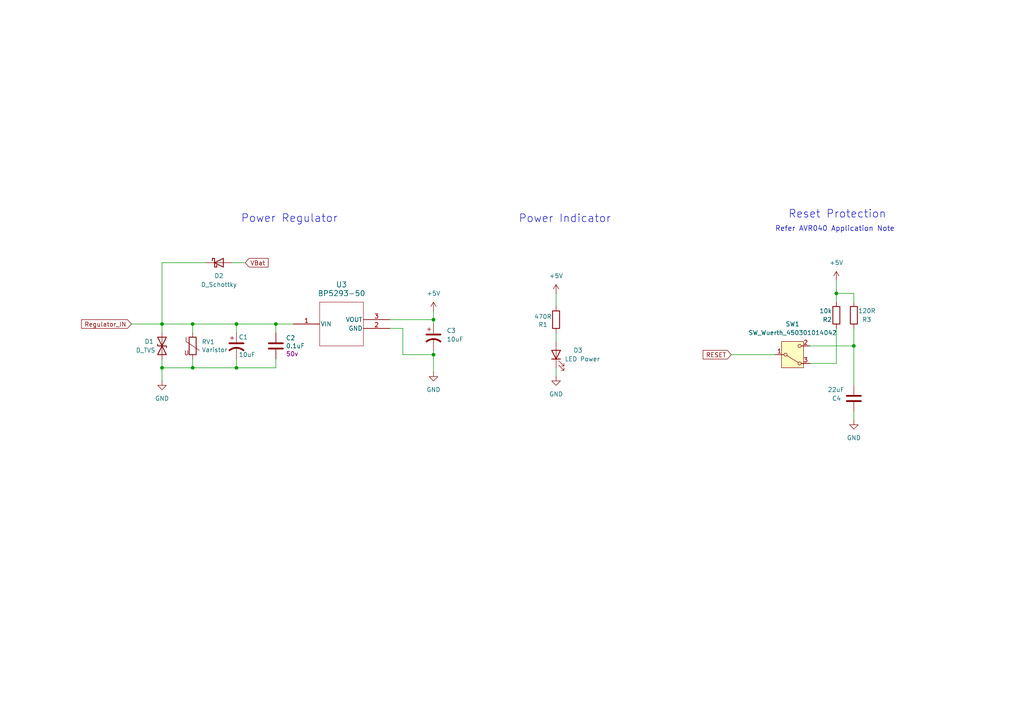
<source format=kicad_sch>
(kicad_sch
	(version 20231120)
	(generator "eeschema")
	(generator_version "8.0")
	(uuid "81d0408d-3011-48e4-a174-7e1522f6e6c8")
	(paper "A4")
	(lib_symbols
		(symbol "Device:C"
			(pin_numbers hide)
			(pin_names
				(offset 0.254)
			)
			(exclude_from_sim no)
			(in_bom yes)
			(on_board yes)
			(property "Reference" "C"
				(at 0.635 2.54 0)
				(effects
					(font
						(size 1.27 1.27)
					)
					(justify left)
				)
			)
			(property "Value" "C"
				(at 0.635 -2.54 0)
				(effects
					(font
						(size 1.27 1.27)
					)
					(justify left)
				)
			)
			(property "Footprint" ""
				(at 0.9652 -3.81 0)
				(effects
					(font
						(size 1.27 1.27)
					)
					(hide yes)
				)
			)
			(property "Datasheet" "~"
				(at 0 0 0)
				(effects
					(font
						(size 1.27 1.27)
					)
					(hide yes)
				)
			)
			(property "Description" "Unpolarized capacitor"
				(at 0 0 0)
				(effects
					(font
						(size 1.27 1.27)
					)
					(hide yes)
				)
			)
			(property "ki_keywords" "cap capacitor"
				(at 0 0 0)
				(effects
					(font
						(size 1.27 1.27)
					)
					(hide yes)
				)
			)
			(property "ki_fp_filters" "C_*"
				(at 0 0 0)
				(effects
					(font
						(size 1.27 1.27)
					)
					(hide yes)
				)
			)
			(symbol "C_0_1"
				(polyline
					(pts
						(xy -2.032 -0.762) (xy 2.032 -0.762)
					)
					(stroke
						(width 0.508)
						(type default)
					)
					(fill
						(type none)
					)
				)
				(polyline
					(pts
						(xy -2.032 0.762) (xy 2.032 0.762)
					)
					(stroke
						(width 0.508)
						(type default)
					)
					(fill
						(type none)
					)
				)
			)
			(symbol "C_1_1"
				(pin passive line
					(at 0 3.81 270)
					(length 2.794)
					(name "~"
						(effects
							(font
								(size 1.27 1.27)
							)
						)
					)
					(number "1"
						(effects
							(font
								(size 1.27 1.27)
							)
						)
					)
				)
				(pin passive line
					(at 0 -3.81 90)
					(length 2.794)
					(name "~"
						(effects
							(font
								(size 1.27 1.27)
							)
						)
					)
					(number "2"
						(effects
							(font
								(size 1.27 1.27)
							)
						)
					)
				)
			)
		)
		(symbol "Device:C_Polarized_US"
			(pin_numbers hide)
			(pin_names
				(offset 0.254) hide)
			(exclude_from_sim no)
			(in_bom yes)
			(on_board yes)
			(property "Reference" "C"
				(at 0.635 2.54 0)
				(effects
					(font
						(size 1.27 1.27)
					)
					(justify left)
				)
			)
			(property "Value" "C_Polarized_US"
				(at 0.635 -2.54 0)
				(effects
					(font
						(size 1.27 1.27)
					)
					(justify left)
				)
			)
			(property "Footprint" ""
				(at 0 0 0)
				(effects
					(font
						(size 1.27 1.27)
					)
					(hide yes)
				)
			)
			(property "Datasheet" "~"
				(at 0 0 0)
				(effects
					(font
						(size 1.27 1.27)
					)
					(hide yes)
				)
			)
			(property "Description" "Polarized capacitor, US symbol"
				(at 0 0 0)
				(effects
					(font
						(size 1.27 1.27)
					)
					(hide yes)
				)
			)
			(property "ki_keywords" "cap capacitor"
				(at 0 0 0)
				(effects
					(font
						(size 1.27 1.27)
					)
					(hide yes)
				)
			)
			(property "ki_fp_filters" "CP_*"
				(at 0 0 0)
				(effects
					(font
						(size 1.27 1.27)
					)
					(hide yes)
				)
			)
			(symbol "C_Polarized_US_0_1"
				(polyline
					(pts
						(xy -2.032 0.762) (xy 2.032 0.762)
					)
					(stroke
						(width 0.508)
						(type default)
					)
					(fill
						(type none)
					)
				)
				(polyline
					(pts
						(xy -1.778 2.286) (xy -0.762 2.286)
					)
					(stroke
						(width 0)
						(type default)
					)
					(fill
						(type none)
					)
				)
				(polyline
					(pts
						(xy -1.27 1.778) (xy -1.27 2.794)
					)
					(stroke
						(width 0)
						(type default)
					)
					(fill
						(type none)
					)
				)
				(arc
					(start 2.032 -1.27)
					(mid 0 -0.5572)
					(end -2.032 -1.27)
					(stroke
						(width 0.508)
						(type default)
					)
					(fill
						(type none)
					)
				)
			)
			(symbol "C_Polarized_US_1_1"
				(pin passive line
					(at 0 3.81 270)
					(length 2.794)
					(name "~"
						(effects
							(font
								(size 1.27 1.27)
							)
						)
					)
					(number "1"
						(effects
							(font
								(size 1.27 1.27)
							)
						)
					)
				)
				(pin passive line
					(at 0 -3.81 90)
					(length 3.302)
					(name "~"
						(effects
							(font
								(size 1.27 1.27)
							)
						)
					)
					(number "2"
						(effects
							(font
								(size 1.27 1.27)
							)
						)
					)
				)
			)
		)
		(symbol "Device:D_Schottky"
			(pin_numbers hide)
			(pin_names
				(offset 1.016) hide)
			(exclude_from_sim no)
			(in_bom yes)
			(on_board yes)
			(property "Reference" "D"
				(at 0 2.54 0)
				(effects
					(font
						(size 1.27 1.27)
					)
				)
			)
			(property "Value" "D_Schottky"
				(at 0 -2.54 0)
				(effects
					(font
						(size 1.27 1.27)
					)
				)
			)
			(property "Footprint" ""
				(at 0 0 0)
				(effects
					(font
						(size 1.27 1.27)
					)
					(hide yes)
				)
			)
			(property "Datasheet" "~"
				(at 0 0 0)
				(effects
					(font
						(size 1.27 1.27)
					)
					(hide yes)
				)
			)
			(property "Description" "Schottky diode"
				(at 0 0 0)
				(effects
					(font
						(size 1.27 1.27)
					)
					(hide yes)
				)
			)
			(property "ki_keywords" "diode Schottky"
				(at 0 0 0)
				(effects
					(font
						(size 1.27 1.27)
					)
					(hide yes)
				)
			)
			(property "ki_fp_filters" "TO-???* *_Diode_* *SingleDiode* D_*"
				(at 0 0 0)
				(effects
					(font
						(size 1.27 1.27)
					)
					(hide yes)
				)
			)
			(symbol "D_Schottky_0_1"
				(polyline
					(pts
						(xy 1.27 0) (xy -1.27 0)
					)
					(stroke
						(width 0)
						(type default)
					)
					(fill
						(type none)
					)
				)
				(polyline
					(pts
						(xy 1.27 1.27) (xy 1.27 -1.27) (xy -1.27 0) (xy 1.27 1.27)
					)
					(stroke
						(width 0.254)
						(type default)
					)
					(fill
						(type none)
					)
				)
				(polyline
					(pts
						(xy -1.905 0.635) (xy -1.905 1.27) (xy -1.27 1.27) (xy -1.27 -1.27) (xy -0.635 -1.27) (xy -0.635 -0.635)
					)
					(stroke
						(width 0.254)
						(type default)
					)
					(fill
						(type none)
					)
				)
			)
			(symbol "D_Schottky_1_1"
				(pin passive line
					(at -3.81 0 0)
					(length 2.54)
					(name "K"
						(effects
							(font
								(size 1.27 1.27)
							)
						)
					)
					(number "1"
						(effects
							(font
								(size 1.27 1.27)
							)
						)
					)
				)
				(pin passive line
					(at 3.81 0 180)
					(length 2.54)
					(name "A"
						(effects
							(font
								(size 1.27 1.27)
							)
						)
					)
					(number "2"
						(effects
							(font
								(size 1.27 1.27)
							)
						)
					)
				)
			)
		)
		(symbol "Device:D_TVS"
			(pin_numbers hide)
			(pin_names
				(offset 1.016) hide)
			(exclude_from_sim no)
			(in_bom yes)
			(on_board yes)
			(property "Reference" "D"
				(at 0 2.54 0)
				(effects
					(font
						(size 1.27 1.27)
					)
				)
			)
			(property "Value" "D_TVS"
				(at 0 -2.54 0)
				(effects
					(font
						(size 1.27 1.27)
					)
				)
			)
			(property "Footprint" ""
				(at 0 0 0)
				(effects
					(font
						(size 1.27 1.27)
					)
					(hide yes)
				)
			)
			(property "Datasheet" "~"
				(at 0 0 0)
				(effects
					(font
						(size 1.27 1.27)
					)
					(hide yes)
				)
			)
			(property "Description" "Bidirectional transient-voltage-suppression diode"
				(at 0 0 0)
				(effects
					(font
						(size 1.27 1.27)
					)
					(hide yes)
				)
			)
			(property "ki_keywords" "diode TVS thyrector"
				(at 0 0 0)
				(effects
					(font
						(size 1.27 1.27)
					)
					(hide yes)
				)
			)
			(property "ki_fp_filters" "TO-???* *_Diode_* *SingleDiode* D_*"
				(at 0 0 0)
				(effects
					(font
						(size 1.27 1.27)
					)
					(hide yes)
				)
			)
			(symbol "D_TVS_0_1"
				(polyline
					(pts
						(xy 1.27 0) (xy -1.27 0)
					)
					(stroke
						(width 0)
						(type default)
					)
					(fill
						(type none)
					)
				)
				(polyline
					(pts
						(xy 0.508 1.27) (xy 0 1.27) (xy 0 -1.27) (xy -0.508 -1.27)
					)
					(stroke
						(width 0.254)
						(type default)
					)
					(fill
						(type none)
					)
				)
				(polyline
					(pts
						(xy -2.54 1.27) (xy -2.54 -1.27) (xy 2.54 1.27) (xy 2.54 -1.27) (xy -2.54 1.27)
					)
					(stroke
						(width 0.254)
						(type default)
					)
					(fill
						(type none)
					)
				)
			)
			(symbol "D_TVS_1_1"
				(pin passive line
					(at -3.81 0 0)
					(length 2.54)
					(name "A1"
						(effects
							(font
								(size 1.27 1.27)
							)
						)
					)
					(number "1"
						(effects
							(font
								(size 1.27 1.27)
							)
						)
					)
				)
				(pin passive line
					(at 3.81 0 180)
					(length 2.54)
					(name "A2"
						(effects
							(font
								(size 1.27 1.27)
							)
						)
					)
					(number "2"
						(effects
							(font
								(size 1.27 1.27)
							)
						)
					)
				)
			)
		)
		(symbol "Device:LED"
			(pin_numbers hide)
			(pin_names
				(offset 1.016) hide)
			(exclude_from_sim no)
			(in_bom yes)
			(on_board yes)
			(property "Reference" "D"
				(at 0 2.54 0)
				(effects
					(font
						(size 1.27 1.27)
					)
				)
			)
			(property "Value" "LED"
				(at 0 -2.54 0)
				(effects
					(font
						(size 1.27 1.27)
					)
				)
			)
			(property "Footprint" ""
				(at 0 0 0)
				(effects
					(font
						(size 1.27 1.27)
					)
					(hide yes)
				)
			)
			(property "Datasheet" "~"
				(at 0 0 0)
				(effects
					(font
						(size 1.27 1.27)
					)
					(hide yes)
				)
			)
			(property "Description" "Light emitting diode"
				(at 0 0 0)
				(effects
					(font
						(size 1.27 1.27)
					)
					(hide yes)
				)
			)
			(property "ki_keywords" "LED diode"
				(at 0 0 0)
				(effects
					(font
						(size 1.27 1.27)
					)
					(hide yes)
				)
			)
			(property "ki_fp_filters" "LED* LED_SMD:* LED_THT:*"
				(at 0 0 0)
				(effects
					(font
						(size 1.27 1.27)
					)
					(hide yes)
				)
			)
			(symbol "LED_0_1"
				(polyline
					(pts
						(xy -1.27 -1.27) (xy -1.27 1.27)
					)
					(stroke
						(width 0.254)
						(type default)
					)
					(fill
						(type none)
					)
				)
				(polyline
					(pts
						(xy -1.27 0) (xy 1.27 0)
					)
					(stroke
						(width 0)
						(type default)
					)
					(fill
						(type none)
					)
				)
				(polyline
					(pts
						(xy 1.27 -1.27) (xy 1.27 1.27) (xy -1.27 0) (xy 1.27 -1.27)
					)
					(stroke
						(width 0.254)
						(type default)
					)
					(fill
						(type none)
					)
				)
				(polyline
					(pts
						(xy -3.048 -0.762) (xy -4.572 -2.286) (xy -3.81 -2.286) (xy -4.572 -2.286) (xy -4.572 -1.524)
					)
					(stroke
						(width 0)
						(type default)
					)
					(fill
						(type none)
					)
				)
				(polyline
					(pts
						(xy -1.778 -0.762) (xy -3.302 -2.286) (xy -2.54 -2.286) (xy -3.302 -2.286) (xy -3.302 -1.524)
					)
					(stroke
						(width 0)
						(type default)
					)
					(fill
						(type none)
					)
				)
			)
			(symbol "LED_1_1"
				(pin passive line
					(at -3.81 0 0)
					(length 2.54)
					(name "K"
						(effects
							(font
								(size 1.27 1.27)
							)
						)
					)
					(number "1"
						(effects
							(font
								(size 1.27 1.27)
							)
						)
					)
				)
				(pin passive line
					(at 3.81 0 180)
					(length 2.54)
					(name "A"
						(effects
							(font
								(size 1.27 1.27)
							)
						)
					)
					(number "2"
						(effects
							(font
								(size 1.27 1.27)
							)
						)
					)
				)
			)
		)
		(symbol "Device:R"
			(pin_numbers hide)
			(pin_names
				(offset 0)
			)
			(exclude_from_sim no)
			(in_bom yes)
			(on_board yes)
			(property "Reference" "R"
				(at 2.032 0 90)
				(effects
					(font
						(size 1.27 1.27)
					)
				)
			)
			(property "Value" "R"
				(at 0 0 90)
				(effects
					(font
						(size 1.27 1.27)
					)
				)
			)
			(property "Footprint" ""
				(at -1.778 0 90)
				(effects
					(font
						(size 1.27 1.27)
					)
					(hide yes)
				)
			)
			(property "Datasheet" "~"
				(at 0 0 0)
				(effects
					(font
						(size 1.27 1.27)
					)
					(hide yes)
				)
			)
			(property "Description" "Resistor"
				(at 0 0 0)
				(effects
					(font
						(size 1.27 1.27)
					)
					(hide yes)
				)
			)
			(property "ki_keywords" "R res resistor"
				(at 0 0 0)
				(effects
					(font
						(size 1.27 1.27)
					)
					(hide yes)
				)
			)
			(property "ki_fp_filters" "R_*"
				(at 0 0 0)
				(effects
					(font
						(size 1.27 1.27)
					)
					(hide yes)
				)
			)
			(symbol "R_0_1"
				(rectangle
					(start -1.016 -2.54)
					(end 1.016 2.54)
					(stroke
						(width 0.254)
						(type default)
					)
					(fill
						(type none)
					)
				)
			)
			(symbol "R_1_1"
				(pin passive line
					(at 0 3.81 270)
					(length 1.27)
					(name "~"
						(effects
							(font
								(size 1.27 1.27)
							)
						)
					)
					(number "1"
						(effects
							(font
								(size 1.27 1.27)
							)
						)
					)
				)
				(pin passive line
					(at 0 -3.81 90)
					(length 1.27)
					(name "~"
						(effects
							(font
								(size 1.27 1.27)
							)
						)
					)
					(number "2"
						(effects
							(font
								(size 1.27 1.27)
							)
						)
					)
				)
			)
		)
		(symbol "Device:Varistor"
			(pin_numbers hide)
			(pin_names
				(offset 0)
			)
			(exclude_from_sim no)
			(in_bom yes)
			(on_board yes)
			(property "Reference" "RV"
				(at 3.175 0 90)
				(effects
					(font
						(size 1.27 1.27)
					)
				)
			)
			(property "Value" "Varistor"
				(at -3.175 0 90)
				(effects
					(font
						(size 1.27 1.27)
					)
				)
			)
			(property "Footprint" ""
				(at -1.778 0 90)
				(effects
					(font
						(size 1.27 1.27)
					)
					(hide yes)
				)
			)
			(property "Datasheet" "~"
				(at 0 0 0)
				(effects
					(font
						(size 1.27 1.27)
					)
					(hide yes)
				)
			)
			(property "Description" "Voltage dependent resistor"
				(at 0 0 0)
				(effects
					(font
						(size 1.27 1.27)
					)
					(hide yes)
				)
			)
			(property "Sim.Name" "kicad_builtin_varistor"
				(at 0 0 0)
				(effects
					(font
						(size 1.27 1.27)
					)
					(hide yes)
				)
			)
			(property "Sim.Device" "SUBCKT"
				(at 0 0 0)
				(effects
					(font
						(size 1.27 1.27)
					)
					(hide yes)
				)
			)
			(property "Sim.Pins" "1=A 2=B"
				(at 0 0 0)
				(effects
					(font
						(size 1.27 1.27)
					)
					(hide yes)
				)
			)
			(property "Sim.Params" "threshold=1k"
				(at 0 0 0)
				(effects
					(font
						(size 1.27 1.27)
					)
					(hide yes)
				)
			)
			(property "Sim.Library" "${KICAD7_SYMBOL_DIR}/Simulation_SPICE.sp"
				(at 0 0 0)
				(effects
					(font
						(size 1.27 1.27)
					)
					(hide yes)
				)
			)
			(property "ki_keywords" "VDR resistance"
				(at 0 0 0)
				(effects
					(font
						(size 1.27 1.27)
					)
					(hide yes)
				)
			)
			(property "ki_fp_filters" "RV_* Varistor*"
				(at 0 0 0)
				(effects
					(font
						(size 1.27 1.27)
					)
					(hide yes)
				)
			)
			(symbol "Varistor_0_0"
				(text "U"
					(at -1.778 -2.032 0)
					(effects
						(font
							(size 1.27 1.27)
						)
					)
				)
			)
			(symbol "Varistor_0_1"
				(rectangle
					(start -1.016 -2.54)
					(end 1.016 2.54)
					(stroke
						(width 0.254)
						(type default)
					)
					(fill
						(type none)
					)
				)
				(polyline
					(pts
						(xy -1.905 2.54) (xy -1.905 1.27) (xy 1.905 -1.27)
					)
					(stroke
						(width 0)
						(type default)
					)
					(fill
						(type none)
					)
				)
			)
			(symbol "Varistor_1_1"
				(pin passive line
					(at 0 3.81 270)
					(length 1.27)
					(name "~"
						(effects
							(font
								(size 1.27 1.27)
							)
						)
					)
					(number "1"
						(effects
							(font
								(size 1.27 1.27)
							)
						)
					)
				)
				(pin passive line
					(at 0 -3.81 90)
					(length 1.27)
					(name "~"
						(effects
							(font
								(size 1.27 1.27)
							)
						)
					)
					(number "2"
						(effects
							(font
								(size 1.27 1.27)
							)
						)
					)
				)
			)
		)
		(symbol "Switch:SW_Wuerth_450301014042"
			(pin_names
				(offset 1) hide)
			(exclude_from_sim no)
			(in_bom yes)
			(on_board yes)
			(property "Reference" "SW"
				(at 0 5.08 0)
				(effects
					(font
						(size 1.27 1.27)
					)
				)
			)
			(property "Value" "SW_Wuerth_450301014042"
				(at 0 -5.08 0)
				(effects
					(font
						(size 1.27 1.27)
					)
				)
			)
			(property "Footprint" "Button_Switch_THT:SW_Slide-03_Wuerth-WS-SLTV_10x2.5x6.4_P2.54mm"
				(at 0 -10.16 0)
				(effects
					(font
						(size 1.27 1.27)
					)
					(hide yes)
				)
			)
			(property "Datasheet" "https://www.we-online.com/components/products/datasheet/450301014042.pdf"
				(at 0 -7.62 0)
				(effects
					(font
						(size 1.27 1.27)
					)
					(hide yes)
				)
			)
			(property "Description" "Switch slide, single pole double throw"
				(at 0 0 0)
				(effects
					(font
						(size 1.27 1.27)
					)
					(hide yes)
				)
			)
			(property "ki_keywords" "changeover single-pole double-throw spdt ON-ON"
				(at 0 0 0)
				(effects
					(font
						(size 1.27 1.27)
					)
					(hide yes)
				)
			)
			(property "ki_fp_filters" "SW*Wuerth*WS*SLTV*10x2.5x6.4*P2.54mm*"
				(at 0 0 0)
				(effects
					(font
						(size 1.27 1.27)
					)
					(hide yes)
				)
			)
			(symbol "SW_Wuerth_450301014042_0_1"
				(circle
					(center -2.032 0)
					(radius 0.4572)
					(stroke
						(width 0)
						(type default)
					)
					(fill
						(type none)
					)
				)
				(polyline
					(pts
						(xy -1.651 0.254) (xy 1.651 2.286)
					)
					(stroke
						(width 0)
						(type default)
					)
					(fill
						(type none)
					)
				)
				(circle
					(center 2.032 -2.54)
					(radius 0.4572)
					(stroke
						(width 0)
						(type default)
					)
					(fill
						(type none)
					)
				)
				(circle
					(center 2.032 2.54)
					(radius 0.4572)
					(stroke
						(width 0)
						(type default)
					)
					(fill
						(type none)
					)
				)
			)
			(symbol "SW_Wuerth_450301014042_1_1"
				(rectangle
					(start -3.175 3.81)
					(end 3.175 -3.81)
					(stroke
						(width 0)
						(type default)
					)
					(fill
						(type background)
					)
				)
				(pin passive line
					(at -5.08 0 0)
					(length 2.54)
					(name "B"
						(effects
							(font
								(size 1.27 1.27)
							)
						)
					)
					(number "1"
						(effects
							(font
								(size 1.27 1.27)
							)
						)
					)
				)
				(pin passive line
					(at 5.08 -2.54 180)
					(length 2.54)
					(name "C"
						(effects
							(font
								(size 1.27 1.27)
							)
						)
					)
					(number "2"
						(effects
							(font
								(size 1.27 1.27)
							)
						)
					)
				)
				(pin passive line
					(at 5.08 2.54 180)
					(length 2.54)
					(name "A"
						(effects
							(font
								(size 1.27 1.27)
							)
						)
					)
					(number "3"
						(effects
							(font
								(size 1.27 1.27)
							)
						)
					)
				)
			)
		)
		(symbol "miatuino:BP5293-50"
			(pin_names
				(offset 0.254)
			)
			(exclude_from_sim no)
			(in_bom yes)
			(on_board yes)
			(property "Reference" "U3"
				(at 16.51 10.16 0)
				(effects
					(font
						(size 1.524 1.524)
					)
				)
			)
			(property "Value" "BP5293-50"
				(at 16.51 7.62 0)
				(effects
					(font
						(size 1.524 1.524)
					)
				)
			)
			(property "Footprint" "Miatuino:BP5293-50"
				(at 16.256 -12.446 0)
				(effects
					(font
						(size 1.27 1.27)
						(italic yes)
					)
					(hide yes)
				)
			)
			(property "Datasheet" "BP5293-50"
				(at 17.272 -10.16 0)
				(effects
					(font
						(size 1.27 1.27)
						(italic yes)
					)
					(hide yes)
				)
			)
			(property "Description" ""
				(at 0 0 0)
				(effects
					(font
						(size 1.27 1.27)
					)
					(hide yes)
				)
			)
			(property "ki_locked" ""
				(at 0 0 0)
				(effects
					(font
						(size 1.27 1.27)
					)
				)
			)
			(property "ki_keywords" "BP5293-50"
				(at 0 0 0)
				(effects
					(font
						(size 1.27 1.27)
					)
					(hide yes)
				)
			)
			(property "ki_fp_filters" "SIP03_BP5293_17X7P2_ROM"
				(at 0 0 0)
				(effects
					(font
						(size 1.27 1.27)
					)
					(hide yes)
				)
			)
			(symbol "BP5293-50_0_1"
				(polyline
					(pts
						(xy 10.16 -7.62) (xy 22.86 -7.62)
					)
					(stroke
						(width 0.127)
						(type default)
					)
					(fill
						(type none)
					)
				)
				(polyline
					(pts
						(xy 10.16 5.08) (xy 10.16 -7.62)
					)
					(stroke
						(width 0.127)
						(type default)
					)
					(fill
						(type none)
					)
				)
				(polyline
					(pts
						(xy 22.86 -7.62) (xy 22.86 5.08)
					)
					(stroke
						(width 0.127)
						(type default)
					)
					(fill
						(type none)
					)
				)
				(polyline
					(pts
						(xy 22.86 5.08) (xy 10.16 5.08)
					)
					(stroke
						(width 0.127)
						(type default)
					)
					(fill
						(type none)
					)
				)
			)
			(symbol "BP5293-50_1_1"
				(pin input line
					(at 2.54 -1.27 0)
					(length 7.62)
					(name "VIN"
						(effects
							(font
								(size 1.27 1.27)
							)
						)
					)
					(number "1"
						(effects
							(font
								(size 1.27 1.27)
							)
						)
					)
				)
				(pin power_in line
					(at 30.48 -2.54 180)
					(length 7.62)
					(name "GND"
						(effects
							(font
								(size 1.27 1.27)
							)
						)
					)
					(number "2"
						(effects
							(font
								(size 1.27 1.27)
							)
						)
					)
				)
				(pin power_out line
					(at 30.48 0 180)
					(length 7.62)
					(name "VOUT"
						(effects
							(font
								(size 1.27 1.27)
							)
						)
					)
					(number "3"
						(effects
							(font
								(size 1.27 1.27)
							)
						)
					)
				)
			)
		)
		(symbol "power:+5V"
			(power)
			(pin_numbers hide)
			(pin_names
				(offset 0) hide)
			(exclude_from_sim no)
			(in_bom yes)
			(on_board yes)
			(property "Reference" "#PWR"
				(at 0 -3.81 0)
				(effects
					(font
						(size 1.27 1.27)
					)
					(hide yes)
				)
			)
			(property "Value" "+5V"
				(at 0 3.556 0)
				(effects
					(font
						(size 1.27 1.27)
					)
				)
			)
			(property "Footprint" ""
				(at 0 0 0)
				(effects
					(font
						(size 1.27 1.27)
					)
					(hide yes)
				)
			)
			(property "Datasheet" ""
				(at 0 0 0)
				(effects
					(font
						(size 1.27 1.27)
					)
					(hide yes)
				)
			)
			(property "Description" "Power symbol creates a global label with name \"+5V\""
				(at 0 0 0)
				(effects
					(font
						(size 1.27 1.27)
					)
					(hide yes)
				)
			)
			(property "ki_keywords" "global power"
				(at 0 0 0)
				(effects
					(font
						(size 1.27 1.27)
					)
					(hide yes)
				)
			)
			(symbol "+5V_0_1"
				(polyline
					(pts
						(xy -0.762 1.27) (xy 0 2.54)
					)
					(stroke
						(width 0)
						(type default)
					)
					(fill
						(type none)
					)
				)
				(polyline
					(pts
						(xy 0 0) (xy 0 2.54)
					)
					(stroke
						(width 0)
						(type default)
					)
					(fill
						(type none)
					)
				)
				(polyline
					(pts
						(xy 0 2.54) (xy 0.762 1.27)
					)
					(stroke
						(width 0)
						(type default)
					)
					(fill
						(type none)
					)
				)
			)
			(symbol "+5V_1_1"
				(pin power_in line
					(at 0 0 90)
					(length 0)
					(name "~"
						(effects
							(font
								(size 1.27 1.27)
							)
						)
					)
					(number "1"
						(effects
							(font
								(size 1.27 1.27)
							)
						)
					)
				)
			)
		)
		(symbol "power:GND"
			(power)
			(pin_numbers hide)
			(pin_names
				(offset 0) hide)
			(exclude_from_sim no)
			(in_bom yes)
			(on_board yes)
			(property "Reference" "#PWR"
				(at 0 -6.35 0)
				(effects
					(font
						(size 1.27 1.27)
					)
					(hide yes)
				)
			)
			(property "Value" "GND"
				(at 0 -3.81 0)
				(effects
					(font
						(size 1.27 1.27)
					)
				)
			)
			(property "Footprint" ""
				(at 0 0 0)
				(effects
					(font
						(size 1.27 1.27)
					)
					(hide yes)
				)
			)
			(property "Datasheet" ""
				(at 0 0 0)
				(effects
					(font
						(size 1.27 1.27)
					)
					(hide yes)
				)
			)
			(property "Description" "Power symbol creates a global label with name \"GND\" , ground"
				(at 0 0 0)
				(effects
					(font
						(size 1.27 1.27)
					)
					(hide yes)
				)
			)
			(property "ki_keywords" "global power"
				(at 0 0 0)
				(effects
					(font
						(size 1.27 1.27)
					)
					(hide yes)
				)
			)
			(symbol "GND_0_1"
				(polyline
					(pts
						(xy 0 0) (xy 0 -1.27) (xy 1.27 -1.27) (xy 0 -2.54) (xy -1.27 -1.27) (xy 0 -1.27)
					)
					(stroke
						(width 0)
						(type default)
					)
					(fill
						(type none)
					)
				)
			)
			(symbol "GND_1_1"
				(pin power_in line
					(at 0 0 270)
					(length 0)
					(name "~"
						(effects
							(font
								(size 1.27 1.27)
							)
						)
					)
					(number "1"
						(effects
							(font
								(size 1.27 1.27)
							)
						)
					)
				)
			)
		)
		(symbol "power:PWR_FLAG"
			(power)
			(pin_numbers hide)
			(pin_names
				(offset 0) hide)
			(exclude_from_sim no)
			(in_bom yes)
			(on_board yes)
			(property "Reference" "#FLG"
				(at 0 1.905 0)
				(effects
					(font
						(size 1.27 1.27)
					)
					(hide yes)
				)
			)
			(property "Value" "PWR_FLAG"
				(at 0 3.81 0)
				(effects
					(font
						(size 1.27 1.27)
					)
				)
			)
			(property "Footprint" ""
				(at 0 0 0)
				(effects
					(font
						(size 1.27 1.27)
					)
					(hide yes)
				)
			)
			(property "Datasheet" "~"
				(at 0 0 0)
				(effects
					(font
						(size 1.27 1.27)
					)
					(hide yes)
				)
			)
			(property "Description" "Special symbol for telling ERC where power comes from"
				(at 0 0 0)
				(effects
					(font
						(size 1.27 1.27)
					)
					(hide yes)
				)
			)
			(property "ki_keywords" "flag power"
				(at 0 0 0)
				(effects
					(font
						(size 1.27 1.27)
					)
					(hide yes)
				)
			)
			(symbol "PWR_FLAG_0_0"
				(pin power_out line
					(at 0 0 90)
					(length 0)
					(name "~"
						(effects
							(font
								(size 1.27 1.27)
							)
						)
					)
					(number "1"
						(effects
							(font
								(size 1.27 1.27)
							)
						)
					)
				)
			)
			(symbol "PWR_FLAG_0_1"
				(polyline
					(pts
						(xy 0 0) (xy 0 1.27) (xy -1.016 1.905) (xy 0 2.54) (xy 1.016 1.905) (xy 0 1.27)
					)
					(stroke
						(width 0)
						(type default)
					)
					(fill
						(type none)
					)
				)
			)
		)
	)
	(junction
		(at 125.73 92.71)
		(diameter 0)
		(color 0 0 0 0)
		(uuid "0b8ca31a-9f19-4240-8d6b-289bed706906")
	)
	(junction
		(at 247.65 100.33)
		(diameter 0)
		(color 0 0 0 0)
		(uuid "1557c39d-6cc3-4af9-ad28-b74f00b8f68e")
	)
	(junction
		(at 55.88 93.98)
		(diameter 0)
		(color 0 0 0 0)
		(uuid "2e2b73d2-df77-4109-bbd2-3da1b2ac6008")
	)
	(junction
		(at 80.01 93.98)
		(diameter 0)
		(color 0 0 0 0)
		(uuid "88fd8497-bd9d-4eaf-9209-82a244889683")
	)
	(junction
		(at 68.58 106.68)
		(diameter 0)
		(color 0 0 0 0)
		(uuid "89b8c6d8-4f57-4ffc-8d9b-5e8ecc2a1fd7")
	)
	(junction
		(at 46.99 106.68)
		(diameter 0)
		(color 0 0 0 0)
		(uuid "a2e0fa87-010f-4a25-b9c7-ff3c69005fe8")
	)
	(junction
		(at 55.88 106.68)
		(diameter 0)
		(color 0 0 0 0)
		(uuid "a47dc6f9-5d02-428a-bc51-01106d3b1014")
	)
	(junction
		(at 68.58 93.98)
		(diameter 0)
		(color 0 0 0 0)
		(uuid "a75f8b97-cc5c-4b87-af0d-f5e3248da74e")
	)
	(junction
		(at 125.73 102.87)
		(diameter 0)
		(color 0 0 0 0)
		(uuid "aeb8fa21-f62f-4e3e-96d4-694c84332961")
	)
	(junction
		(at 242.57 85.09)
		(diameter 0)
		(color 0 0 0 0)
		(uuid "e311f018-ed02-46b5-99db-63a337cf5383")
	)
	(junction
		(at 46.99 93.98)
		(diameter 0)
		(color 0 0 0 0)
		(uuid "ee2db55b-70d9-49f2-a8ba-57b1431cfd11")
	)
	(wire
		(pts
			(xy 46.99 76.2) (xy 46.99 93.98)
		)
		(stroke
			(width 0)
			(type default)
		)
		(uuid "02c05877-6589-441e-9927-e76e5e700dd0")
	)
	(wire
		(pts
			(xy 71.12 76.2) (xy 67.31 76.2)
		)
		(stroke
			(width 0)
			(type default)
		)
		(uuid "05ce1fa8-f2af-4d2d-948c-1c5dd96e2813")
	)
	(wire
		(pts
			(xy 161.29 106.68) (xy 161.29 109.22)
		)
		(stroke
			(width 0)
			(type default)
		)
		(uuid "08d66db9-57a4-44bb-a46c-4ecb8df7799e")
	)
	(wire
		(pts
			(xy 125.73 92.71) (xy 125.73 90.17)
		)
		(stroke
			(width 0)
			(type default)
		)
		(uuid "08f2505c-3ca6-4aab-b376-4a0d5f0ca4bb")
	)
	(wire
		(pts
			(xy 46.99 104.14) (xy 46.99 106.68)
		)
		(stroke
			(width 0)
			(type default)
		)
		(uuid "0accc743-cd8a-4d5e-93aa-aec23f5840e0")
	)
	(wire
		(pts
			(xy 247.65 95.25) (xy 247.65 100.33)
		)
		(stroke
			(width 0)
			(type default)
		)
		(uuid "0c58ae0d-8c6e-4560-be55-db2c62667841")
	)
	(wire
		(pts
			(xy 212.09 102.87) (xy 224.79 102.87)
		)
		(stroke
			(width 0)
			(type default)
		)
		(uuid "10095278-c721-4a72-88b9-d2534e2e3736")
	)
	(wire
		(pts
			(xy 46.99 76.2) (xy 59.69 76.2)
		)
		(stroke
			(width 0)
			(type default)
		)
		(uuid "1d4984e3-2422-4a75-aef9-f0b40496f5c2")
	)
	(wire
		(pts
			(xy 68.58 93.98) (xy 80.01 93.98)
		)
		(stroke
			(width 0)
			(type default)
		)
		(uuid "1d7862f5-e093-4bfc-8ad8-1221034bd3a9")
	)
	(wire
		(pts
			(xy 125.73 102.87) (xy 125.73 107.95)
		)
		(stroke
			(width 0)
			(type default)
		)
		(uuid "200ef5f9-4e8a-4467-8059-d20dd4243f44")
	)
	(wire
		(pts
			(xy 125.73 101.6) (xy 125.73 102.87)
		)
		(stroke
			(width 0)
			(type default)
		)
		(uuid "26ac8faf-9aa5-43f4-9b8d-803588896f90")
	)
	(wire
		(pts
			(xy 46.99 110.49) (xy 46.99 106.68)
		)
		(stroke
			(width 0)
			(type default)
		)
		(uuid "27beb5e2-cefd-4969-9acb-a22d389188e6")
	)
	(wire
		(pts
			(xy 125.73 102.87) (xy 116.84 102.87)
		)
		(stroke
			(width 0)
			(type default)
		)
		(uuid "2d50149b-e7a8-48bc-93ce-ef611111999b")
	)
	(wire
		(pts
			(xy 55.88 104.14) (xy 55.88 106.68)
		)
		(stroke
			(width 0)
			(type default)
		)
		(uuid "42765c22-e6f3-4693-ad5c-ca7a09053105")
	)
	(wire
		(pts
			(xy 125.73 93.98) (xy 125.73 92.71)
		)
		(stroke
			(width 0)
			(type default)
		)
		(uuid "54221ad7-ea6d-4df8-99c4-662d48a32d65")
	)
	(wire
		(pts
			(xy 242.57 87.63) (xy 242.57 85.09)
		)
		(stroke
			(width 0)
			(type default)
		)
		(uuid "5ace9c30-01d6-4b5c-823c-4a08850b92be")
	)
	(wire
		(pts
			(xy 68.58 96.52) (xy 68.58 93.98)
		)
		(stroke
			(width 0)
			(type default)
		)
		(uuid "62401b62-b1a7-4d29-8aff-f2dbdc26e62f")
	)
	(wire
		(pts
			(xy 161.29 85.09) (xy 161.29 88.9)
		)
		(stroke
			(width 0)
			(type default)
		)
		(uuid "69df62e7-c376-4231-aeab-4b29830bcdec")
	)
	(wire
		(pts
			(xy 247.65 119.38) (xy 247.65 121.92)
		)
		(stroke
			(width 0)
			(type default)
		)
		(uuid "69fbef55-798b-493e-8b6d-2ee8a02c3d92")
	)
	(wire
		(pts
			(xy 80.01 96.52) (xy 80.01 93.98)
		)
		(stroke
			(width 0)
			(type default)
		)
		(uuid "721cf96e-3162-4877-bf5a-c08f3d241666")
	)
	(wire
		(pts
			(xy 234.95 100.33) (xy 247.65 100.33)
		)
		(stroke
			(width 0)
			(type default)
		)
		(uuid "77fbe3d0-a1de-4bab-bc31-f07b889d9b39")
	)
	(wire
		(pts
			(xy 113.03 95.25) (xy 116.84 95.25)
		)
		(stroke
			(width 0)
			(type default)
		)
		(uuid "7c0f9638-7625-432c-9fc5-34ccb682186a")
	)
	(wire
		(pts
			(xy 68.58 106.68) (xy 80.01 106.68)
		)
		(stroke
			(width 0)
			(type default)
		)
		(uuid "80ac36f5-8ebe-4d0c-868f-0e9a669d0264")
	)
	(wire
		(pts
			(xy 161.29 96.52) (xy 161.29 99.06)
		)
		(stroke
			(width 0)
			(type default)
		)
		(uuid "89ab1b34-6d52-42f7-a4f9-1fd64dc8fe3d")
	)
	(wire
		(pts
			(xy 55.88 93.98) (xy 68.58 93.98)
		)
		(stroke
			(width 0)
			(type default)
		)
		(uuid "93c540fa-6c6a-4808-9637-e075c7fc4c55")
	)
	(wire
		(pts
			(xy 113.03 92.71) (xy 125.73 92.71)
		)
		(stroke
			(width 0)
			(type default)
		)
		(uuid "a42786db-9a2f-453e-95cd-d21f1a392155")
	)
	(wire
		(pts
			(xy 80.01 104.14) (xy 80.01 106.68)
		)
		(stroke
			(width 0)
			(type default)
		)
		(uuid "c7e78871-0205-4d1e-8dff-968b59b556d6")
	)
	(wire
		(pts
			(xy 242.57 81.28) (xy 242.57 85.09)
		)
		(stroke
			(width 0)
			(type default)
		)
		(uuid "c8db0973-adad-4800-af2c-c3df348adc17")
	)
	(wire
		(pts
			(xy 55.88 96.52) (xy 55.88 93.98)
		)
		(stroke
			(width 0)
			(type default)
		)
		(uuid "cc9c826f-112b-4140-938b-ae2596e210ef")
	)
	(wire
		(pts
			(xy 46.99 93.98) (xy 55.88 93.98)
		)
		(stroke
			(width 0)
			(type default)
		)
		(uuid "cd88d4ad-4db9-4c04-a38c-b76c16132a80")
	)
	(wire
		(pts
			(xy 68.58 104.14) (xy 68.58 106.68)
		)
		(stroke
			(width 0)
			(type default)
		)
		(uuid "ce9242ba-5525-4108-86b0-efa797534606")
	)
	(wire
		(pts
			(xy 247.65 87.63) (xy 247.65 85.09)
		)
		(stroke
			(width 0)
			(type default)
		)
		(uuid "d3f5b2e2-59a1-4131-8ffa-655079cf12c9")
	)
	(wire
		(pts
			(xy 80.01 93.98) (xy 85.09 93.98)
		)
		(stroke
			(width 0)
			(type default)
		)
		(uuid "d5c4472f-9efa-4bce-b98f-ca819c867125")
	)
	(wire
		(pts
			(xy 46.99 106.68) (xy 55.88 106.68)
		)
		(stroke
			(width 0)
			(type default)
		)
		(uuid "d617effc-1ef2-49b2-8263-f13296f4c7f6")
	)
	(wire
		(pts
			(xy 46.99 96.52) (xy 46.99 93.98)
		)
		(stroke
			(width 0)
			(type default)
		)
		(uuid "d8c16df8-b6ea-496a-acfc-bac1e67a0f9e")
	)
	(wire
		(pts
			(xy 242.57 85.09) (xy 247.65 85.09)
		)
		(stroke
			(width 0)
			(type default)
		)
		(uuid "ee03f80a-2650-4624-ab7a-58029b7713d2")
	)
	(wire
		(pts
			(xy 247.65 100.33) (xy 247.65 111.76)
		)
		(stroke
			(width 0)
			(type default)
		)
		(uuid "f5c0a430-53bb-4b2f-9ad1-3a7604bd0f95")
	)
	(wire
		(pts
			(xy 234.95 105.41) (xy 242.57 105.41)
		)
		(stroke
			(width 0)
			(type default)
		)
		(uuid "f6275456-04d1-4807-9b75-b10eae0d4a16")
	)
	(wire
		(pts
			(xy 242.57 95.25) (xy 242.57 105.41)
		)
		(stroke
			(width 0)
			(type default)
		)
		(uuid "f91042bf-39d3-4b41-af9d-ddcbd02402e1")
	)
	(wire
		(pts
			(xy 38.1 93.98) (xy 46.99 93.98)
		)
		(stroke
			(width 0)
			(type default)
		)
		(uuid "fd569625-9224-421a-8d0a-cee2ad87ef9c")
	)
	(wire
		(pts
			(xy 116.84 95.25) (xy 116.84 102.87)
		)
		(stroke
			(width 0)
			(type default)
		)
		(uuid "fee5badc-2e9f-4993-bdd2-ff4126a4eab6")
	)
	(wire
		(pts
			(xy 55.88 106.68) (xy 68.58 106.68)
		)
		(stroke
			(width 0)
			(type default)
		)
		(uuid "fff10a80-5f18-48d7-9caf-210fc55a40a6")
	)
	(text "Power Regulator"
		(exclude_from_sim no)
		(at 69.85 64.77 0)
		(effects
			(font
				(size 2.2606 2.2606)
			)
			(justify left bottom)
		)
		(uuid "3056d01c-db22-4eec-9ef8-d00a6333d7e3")
	)
	(text "Refer AVR040 Application Note"
		(exclude_from_sim no)
		(at 224.79 67.31 0)
		(effects
			(font
				(size 1.4732 1.4732)
			)
			(justify left bottom)
		)
		(uuid "3e37f73a-a9a6-473e-8a88-e7a6202e93d3")
	)
	(text "Power Indicator"
		(exclude_from_sim no)
		(at 163.83 63.5 0)
		(effects
			(font
				(size 2.2606 2.2606)
			)
		)
		(uuid "9159fe01-eb14-46b4-94e9-f8f637c5d754")
	)
	(text "Reset Protection"
		(exclude_from_sim no)
		(at 228.6 63.5 0)
		(effects
			(font
				(size 2.2606 2.2606)
			)
			(justify left bottom)
		)
		(uuid "ecd05199-8d97-4edf-9374-373772504518")
	)
	(global_label "RESET"
		(shape input)
		(at 212.09 102.87 180)
		(effects
			(font
				(size 1.27 1.27)
			)
			(justify right)
		)
		(uuid "21859b28-1ff3-4be1-9d49-2f5f572525b9")
		(property "Intersheetrefs" "${INTERSHEET_REFS}"
			(at 248.92 123.19 0)
			(effects
				(font
					(size 1.27 1.27)
				)
				(hide yes)
			)
		)
	)
	(global_label "Regulator_IN"
		(shape input)
		(at 38.1 93.98 180)
		(effects
			(font
				(size 1.27 1.27)
			)
			(justify right)
		)
		(uuid "bf8e4a43-7a2c-48e0-9262-b3cf51b2621c")
		(property "Intersheetrefs" "${INTERSHEET_REFS}"
			(at 38.1 93.98 0)
			(effects
				(font
					(size 1.27 1.27)
				)
				(hide yes)
			)
		)
	)
	(global_label "Regulator_IN"
		(shape input)
		(at 450.85 -95.25 180)
		(fields_autoplaced yes)
		(effects
			(font
				(size 1.27 1.27)
			)
			(justify right)
		)
		(uuid "cf92bd96-7516-490a-94e5-650a5e646a3b")
		(property "Intersheetrefs" "${INTERSHEET_REFS}"
			(at 435.8302 -95.25 0)
			(effects
				(font
					(size 1.27 1.27)
				)
				(justify right)
				(hide yes)
			)
		)
	)
	(global_label "VBat"
		(shape input)
		(at 71.12 76.2 0)
		(effects
			(font
				(size 1.27 1.27)
			)
			(justify left)
		)
		(uuid "db782600-5051-4a7d-9b3f-f2dd8cb807b5")
		(property "Intersheetrefs" "${INTERSHEET_REFS}"
			(at 71.12 76.2 0)
			(effects
				(font
					(size 1.27 1.27)
				)
				(hide yes)
			)
		)
	)
	(symbol
		(lib_id "Device:C_Polarized_US")
		(at 68.58 100.33 0)
		(unit 1)
		(exclude_from_sim no)
		(in_bom yes)
		(on_board yes)
		(dnp no)
		(uuid "0b82ebde-55bb-4ff9-b5e2-b92100350096")
		(property "Reference" "C1"
			(at 69.215 97.79 0)
			(effects
				(font
					(size 1.27 1.27)
				)
				(justify left)
			)
		)
		(property "Value" "10uF"
			(at 69.215 102.87 0)
			(effects
				(font
					(size 1.27 1.27)
				)
				(justify left)
			)
		)
		(property "Footprint" "Capacitor_THT:CP_Radial_D5.0mm_P2.00mm"
			(at 68.58 100.33 0)
			(effects
				(font
					(size 1.27 1.27)
				)
				(hide yes)
			)
		)
		(property "Datasheet" "~"
			(at 68.58 100.33 0)
			(effects
				(font
					(size 1.27 1.27)
				)
				(hide yes)
			)
		)
		(property "Description" "Polarized capacitor, US symbol"
			(at 68.58 100.33 0)
			(effects
				(font
					(size 1.27 1.27)
				)
				(hide yes)
			)
		)
		(property "Voltage" "35v"
			(at 68.58 100.33 0)
			(effects
				(font
					(size 1.27 1.27)
				)
				(hide yes)
			)
		)
		(property "Manufacturer_Name" "Kemet"
			(at 20.32 156.21 0)
			(effects
				(font
					(size 1.27 1.27)
				)
				(hide yes)
			)
		)
		(property "Manufacturer_Part_Number" "T491D106K050AT"
			(at 20.32 156.21 0)
			(effects
				(font
					(size 1.27 1.27)
				)
				(hide yes)
			)
		)
		(property "URL" "https://www.digikey.com/product-detail/en/kemet/T491D106K050AT/399-8361-1-ND/3472084"
			(at 20.32 156.21 0)
			(effects
				(font
					(size 1.27 1.27)
				)
				(hide yes)
			)
		)
		(property "Digikey Part Number" "399-8361-1-ND"
			(at 20.32 156.21 0)
			(effects
				(font
					(size 1.27 1.27)
				)
				(hide yes)
			)
		)
		(pin "1"
			(uuid "89a8b346-062a-4a2a-acbb-24c3a7d71efc")
		)
		(pin "2"
			(uuid "c2a9e471-0a92-4b0c-82ac-2c041de3ea47")
		)
		(instances
			(project "miatuino"
				(path "/329447bb-9635-4655-82bd-882420dc65dc/7fd06df0-bb2d-4807-b997-1b4ca6841f85"
					(reference "C1")
					(unit 1)
				)
			)
		)
	)
	(symbol
		(lib_id "Switch:SW_Wuerth_450301014042")
		(at 229.87 102.87 0)
		(mirror x)
		(unit 1)
		(exclude_from_sim no)
		(in_bom yes)
		(on_board yes)
		(dnp no)
		(uuid "189c8bbc-f63f-4723-b4ff-c7ccd27f35c7")
		(property "Reference" "SW1"
			(at 229.87 93.98 0)
			(effects
				(font
					(size 1.27 1.27)
				)
			)
		)
		(property "Value" "SW_Wuerth_450301014042"
			(at 229.87 96.52 0)
			(effects
				(font
					(size 1.27 1.27)
				)
			)
		)
		(property "Footprint" "Button_Switch_THT:SW_Slide-03_Wuerth-WS-SLTV_10x2.5x6.4_P2.54mm"
			(at 229.87 92.71 0)
			(effects
				(font
					(size 1.27 1.27)
				)
				(hide yes)
			)
		)
		(property "Datasheet" "https://www.we-online.com/components/products/datasheet/450301014042.pdf"
			(at 229.87 95.25 0)
			(effects
				(font
					(size 1.27 1.27)
				)
				(hide yes)
			)
		)
		(property "Description" "Switch slide, single pole double throw"
			(at 229.87 102.87 0)
			(effects
				(font
					(size 1.27 1.27)
				)
				(hide yes)
			)
		)
		(pin "2"
			(uuid "546d38e6-40d6-4202-9524-03b250bf47f6")
		)
		(pin "3"
			(uuid "a6c44091-da19-4694-9c00-7b48427466f5")
		)
		(pin "1"
			(uuid "c9c7cdf8-bb92-486e-b6db-c1bde0868d39")
		)
		(instances
			(project "miatuino"
				(path "/329447bb-9635-4655-82bd-882420dc65dc/7fd06df0-bb2d-4807-b997-1b4ca6841f85"
					(reference "SW1")
					(unit 1)
				)
			)
		)
	)
	(symbol
		(lib_id "power:+5V")
		(at 125.73 90.17 0)
		(unit 1)
		(exclude_from_sim no)
		(in_bom yes)
		(on_board yes)
		(dnp no)
		(fields_autoplaced yes)
		(uuid "237f0889-6038-4467-9d7e-d1321788a9a1")
		(property "Reference" "#PWR08"
			(at 125.73 93.98 0)
			(effects
				(font
					(size 1.27 1.27)
				)
				(hide yes)
			)
		)
		(property "Value" "+5V"
			(at 125.73 85.09 0)
			(effects
				(font
					(size 1.27 1.27)
				)
			)
		)
		(property "Footprint" ""
			(at 125.73 90.17 0)
			(effects
				(font
					(size 1.27 1.27)
				)
				(hide yes)
			)
		)
		(property "Datasheet" ""
			(at 125.73 90.17 0)
			(effects
				(font
					(size 1.27 1.27)
				)
				(hide yes)
			)
		)
		(property "Description" "Power symbol creates a global label with name \"+5V\""
			(at 125.73 90.17 0)
			(effects
				(font
					(size 1.27 1.27)
				)
				(hide yes)
			)
		)
		(pin "1"
			(uuid "c762957d-5994-458a-ae12-8fdf6ef925b9")
		)
		(instances
			(project "miatuino"
				(path "/329447bb-9635-4655-82bd-882420dc65dc/7fd06df0-bb2d-4807-b997-1b4ca6841f85"
					(reference "#PWR08")
					(unit 1)
				)
			)
		)
	)
	(symbol
		(lib_id "power:GND")
		(at 247.65 121.92 0)
		(unit 1)
		(exclude_from_sim no)
		(in_bom yes)
		(on_board yes)
		(dnp no)
		(fields_autoplaced yes)
		(uuid "27d99e90-012b-4855-8faf-b549bedf6e2e")
		(property "Reference" "#PWR013"
			(at 247.65 128.27 0)
			(effects
				(font
					(size 1.27 1.27)
				)
				(hide yes)
			)
		)
		(property "Value" "GND"
			(at 247.65 127 0)
			(effects
				(font
					(size 1.27 1.27)
				)
			)
		)
		(property "Footprint" ""
			(at 247.65 121.92 0)
			(effects
				(font
					(size 1.27 1.27)
				)
				(hide yes)
			)
		)
		(property "Datasheet" ""
			(at 247.65 121.92 0)
			(effects
				(font
					(size 1.27 1.27)
				)
				(hide yes)
			)
		)
		(property "Description" "Power symbol creates a global label with name \"GND\" , ground"
			(at 247.65 121.92 0)
			(effects
				(font
					(size 1.27 1.27)
				)
				(hide yes)
			)
		)
		(pin "1"
			(uuid "c63de96d-76de-4363-b8ee-5a6b59596f87")
		)
		(instances
			(project "miatuino"
				(path "/329447bb-9635-4655-82bd-882420dc65dc/7fd06df0-bb2d-4807-b997-1b4ca6841f85"
					(reference "#PWR013")
					(unit 1)
				)
			)
		)
	)
	(symbol
		(lib_id "Device:D_Schottky")
		(at 63.5 76.2 0)
		(unit 1)
		(exclude_from_sim no)
		(in_bom yes)
		(on_board yes)
		(dnp no)
		(uuid "2ebd6572-4ea1-45f7-8e39-e9a1847e1813")
		(property "Reference" "D2"
			(at 63.5 80.01 0)
			(effects
				(font
					(size 1.27 1.27)
				)
			)
		)
		(property "Value" "D_Schottky"
			(at 63.5 82.55 0)
			(effects
				(font
					(size 1.27 1.27)
				)
			)
		)
		(property "Footprint" "Diode_THT:D_DO-41_SOD81_P7.62mm_Horizontal"
			(at 63.5 76.2 0)
			(effects
				(font
					(size 1.27 1.27)
				)
				(hide yes)
			)
		)
		(property "Datasheet" "~"
			(at 63.5 76.2 0)
			(effects
				(font
					(size 1.27 1.27)
				)
				(hide yes)
			)
		)
		(property "Description" ""
			(at 63.5 76.2 0)
			(effects
				(font
					(size 1.27 1.27)
				)
				(hide yes)
			)
		)
		(property "Manufacturer_Name" "Micro Commercial Co"
			(at -1.27 121.92 0)
			(effects
				(font
					(size 1.27 1.27)
				)
				(hide yes)
			)
		)
		(property "Manufacturer_Part_Number" "1N5818-TP"
			(at -1.27 121.92 0)
			(effects
				(font
					(size 1.27 1.27)
				)
				(hide yes)
			)
		)
		(property "URL" "https://www.digikey.com/product-detail/en/micro-commercial-co/1N5818-TP/1N5818-TPCT-ND/950587"
			(at -1.27 121.92 0)
			(effects
				(font
					(size 1.27 1.27)
				)
				(hide yes)
			)
		)
		(property "Digikey Part Number" "1N5818-TPCT-ND"
			(at -1.27 121.92 0)
			(effects
				(font
					(size 1.27 1.27)
				)
				(hide yes)
			)
		)
		(pin "1"
			(uuid "2fe71733-d3af-4aa5-8eb8-125e8523e0e9")
		)
		(pin "2"
			(uuid "a7580c6b-62ae-4a5d-bfba-aa0b9c52bd38")
		)
		(instances
			(project "miatuino"
				(path "/329447bb-9635-4655-82bd-882420dc65dc/7fd06df0-bb2d-4807-b997-1b4ca6841f85"
					(reference "D2")
					(unit 1)
				)
			)
		)
	)
	(symbol
		(lib_id "power:+5V")
		(at 242.57 81.28 0)
		(unit 1)
		(exclude_from_sim no)
		(in_bom yes)
		(on_board yes)
		(dnp no)
		(fields_autoplaced yes)
		(uuid "3c4b9c1b-4c92-4812-8a6d-838b5475d35f")
		(property "Reference" "#PWR012"
			(at 242.57 85.09 0)
			(effects
				(font
					(size 1.27 1.27)
				)
				(hide yes)
			)
		)
		(property "Value" "+5V"
			(at 242.57 76.2 0)
			(effects
				(font
					(size 1.27 1.27)
				)
			)
		)
		(property "Footprint" ""
			(at 242.57 81.28 0)
			(effects
				(font
					(size 1.27 1.27)
				)
				(hide yes)
			)
		)
		(property "Datasheet" ""
			(at 242.57 81.28 0)
			(effects
				(font
					(size 1.27 1.27)
				)
				(hide yes)
			)
		)
		(property "Description" "Power symbol creates a global label with name \"+5V\""
			(at 242.57 81.28 0)
			(effects
				(font
					(size 1.27 1.27)
				)
				(hide yes)
			)
		)
		(pin "1"
			(uuid "5609a1f4-bcf0-4908-a37b-e5ddffde0bff")
		)
		(instances
			(project "miatuino"
				(path "/329447bb-9635-4655-82bd-882420dc65dc/7fd06df0-bb2d-4807-b997-1b4ca6841f85"
					(reference "#PWR012")
					(unit 1)
				)
			)
		)
	)
	(symbol
		(lib_id "Device:Varistor")
		(at 55.88 100.33 0)
		(unit 1)
		(exclude_from_sim no)
		(in_bom yes)
		(on_board yes)
		(dnp no)
		(uuid "50d6a89f-52a0-4a65-a23c-105f1faedadc")
		(property "Reference" "RV1"
			(at 58.4962 99.1616 0)
			(effects
				(font
					(size 1.27 1.27)
				)
				(justify left)
			)
		)
		(property "Value" "Varistor"
			(at 58.4962 101.473 0)
			(effects
				(font
					(size 1.27 1.27)
				)
				(justify left)
			)
		)
		(property "Footprint" "Varistor:RV_Disc_D15.5mm_W4.7mm_P7.5mm"
			(at 54.102 100.33 90)
			(effects
				(font
					(size 1.27 1.27)
				)
				(hide yes)
			)
		)
		(property "Datasheet" "~"
			(at 55.88 100.33 0)
			(effects
				(font
					(size 1.27 1.27)
				)
				(hide yes)
			)
		)
		(property "Description" ""
			(at 55.88 100.33 0)
			(effects
				(font
					(size 1.27 1.27)
				)
				(hide yes)
			)
		)
		(property "Manufacturer_Name" "Bourns Inc"
			(at 21.59 156.21 0)
			(effects
				(font
					(size 1.27 1.27)
				)
				(hide yes)
			)
		)
		(property "Manufacturer_Part_Number" "MOV-14D220K"
			(at 21.59 156.21 0)
			(effects
				(font
					(size 1.27 1.27)
				)
				(hide yes)
			)
		)
		(property "URL" "https://www.digikey.com.au/product-detail/en/bourns-inc/MOV-14D220K/MOV-14D220K-ND/2799109"
			(at 21.59 156.21 0)
			(effects
				(font
					(size 1.27 1.27)
				)
				(hide yes)
			)
		)
		(property "Digikey Part Number" "MOV-14D220K-ND"
			(at 21.59 156.21 0)
			(effects
				(font
					(size 1.27 1.27)
				)
				(hide yes)
			)
		)
		(pin "1"
			(uuid "f04a9eaa-bf29-4a46-8359-6150f6f1aa1f")
		)
		(pin "2"
			(uuid "46c24635-20bd-4373-8a90-bda58d95570e")
		)
		(instances
			(project "miatuino"
				(path "/329447bb-9635-4655-82bd-882420dc65dc/7fd06df0-bb2d-4807-b997-1b4ca6841f85"
					(reference "RV1")
					(unit 1)
				)
			)
		)
	)
	(symbol
		(lib_id "Device:R")
		(at 161.29 92.71 0)
		(unit 1)
		(exclude_from_sim no)
		(in_bom yes)
		(on_board yes)
		(dnp no)
		(uuid "52e16ae7-9a5d-41be-aa66-2f7aad1349b5")
		(property "Reference" "R1"
			(at 157.48 94.1578 0)
			(effects
				(font
					(size 1.27 1.27)
				)
			)
		)
		(property "Value" "470R"
			(at 157.48 91.8464 0)
			(effects
				(font
					(size 1.27 1.27)
				)
			)
		)
		(property "Footprint" "Resistor_THT:R_Axial_DIN0207_L6.3mm_D2.5mm_P7.62mm_Horizontal"
			(at 159.512 92.71 90)
			(effects
				(font
					(size 1.27 1.27)
				)
				(hide yes)
			)
		)
		(property "Datasheet" "~"
			(at 161.29 92.71 0)
			(effects
				(font
					(size 1.27 1.27)
				)
				(hide yes)
			)
		)
		(property "Description" ""
			(at 161.29 92.71 0)
			(effects
				(font
					(size 1.27 1.27)
				)
				(hide yes)
			)
		)
		(property "Digikey Part Number" "P470CCT-ND"
			(at 161.29 92.71 0)
			(effects
				(font
					(size 1.27 1.27)
				)
				(hide yes)
			)
		)
		(property "Manufacturer_Name" "Panasonic"
			(at 161.29 92.71 0)
			(effects
				(font
					(size 1.27 1.27)
				)
				(hide yes)
			)
		)
		(property "Manufacturer_Part_Number" "ERJ-6ENF4700V"
			(at 161.29 92.71 0)
			(effects
				(font
					(size 1.27 1.27)
				)
				(hide yes)
			)
		)
		(property "URL" "https://www.digikey.com/product-detail/en/panasonic-electronic-components/ERJ-6ENF4700V/P470CCT-ND/1746871"
			(at 161.29 92.71 0)
			(effects
				(font
					(size 1.27 1.27)
				)
				(hide yes)
			)
		)
		(pin "2"
			(uuid "d2582679-295c-4a1a-bf16-b5b605a0dad4")
		)
		(pin "1"
			(uuid "2c90df9c-65b0-46ec-87eb-77fd9366bc54")
		)
		(instances
			(project "miatuino"
				(path "/329447bb-9635-4655-82bd-882420dc65dc/7fd06df0-bb2d-4807-b997-1b4ca6841f85"
					(reference "R1")
					(unit 1)
				)
			)
		)
	)
	(symbol
		(lib_id "Device:C_Polarized_US")
		(at 125.73 97.79 0)
		(unit 1)
		(exclude_from_sim no)
		(in_bom yes)
		(on_board yes)
		(dnp no)
		(fields_autoplaced yes)
		(uuid "54d62d5a-a4d0-491c-b1fd-74f3822f222b")
		(property "Reference" "C3"
			(at 129.54 95.8849 0)
			(effects
				(font
					(size 1.27 1.27)
				)
				(justify left)
			)
		)
		(property "Value" "10uF"
			(at 129.54 98.4249 0)
			(effects
				(font
					(size 1.27 1.27)
				)
				(justify left)
			)
		)
		(property "Footprint" "Capacitor_THT:CP_Radial_D5.0mm_P2.00mm"
			(at 125.73 97.79 0)
			(effects
				(font
					(size 1.27 1.27)
				)
				(hide yes)
			)
		)
		(property "Datasheet" "~"
			(at 125.73 97.79 0)
			(effects
				(font
					(size 1.27 1.27)
				)
				(hide yes)
			)
		)
		(property "Description" "Polarized capacitor, US symbol"
			(at 125.73 97.79 0)
			(effects
				(font
					(size 1.27 1.27)
				)
				(hide yes)
			)
		)
		(pin "2"
			(uuid "c15bf800-9b1e-4b52-97b3-4d92ce6591a9")
		)
		(pin "1"
			(uuid "62d80ab7-86a8-477a-833e-f76d1f447a98")
		)
		(instances
			(project "miatuino"
				(path "/329447bb-9635-4655-82bd-882420dc65dc/7fd06df0-bb2d-4807-b997-1b4ca6841f85"
					(reference "C3")
					(unit 1)
				)
			)
		)
	)
	(symbol
		(lib_id "power:GND")
		(at 46.99 110.49 0)
		(unit 1)
		(exclude_from_sim no)
		(in_bom yes)
		(on_board yes)
		(dnp no)
		(fields_autoplaced yes)
		(uuid "56d9d32e-50ed-4358-ac1f-a471d6838d1f")
		(property "Reference" "#PWR07"
			(at 46.99 116.84 0)
			(effects
				(font
					(size 1.27 1.27)
				)
				(hide yes)
			)
		)
		(property "Value" "GND"
			(at 46.99 115.57 0)
			(effects
				(font
					(size 1.27 1.27)
				)
			)
		)
		(property "Footprint" ""
			(at 46.99 110.49 0)
			(effects
				(font
					(size 1.27 1.27)
				)
				(hide yes)
			)
		)
		(property "Datasheet" ""
			(at 46.99 110.49 0)
			(effects
				(font
					(size 1.27 1.27)
				)
				(hide yes)
			)
		)
		(property "Description" "Power symbol creates a global label with name \"GND\" , ground"
			(at 46.99 110.49 0)
			(effects
				(font
					(size 1.27 1.27)
				)
				(hide yes)
			)
		)
		(pin "1"
			(uuid "c0ddf570-32de-4e1d-83db-13d3db850919")
		)
		(instances
			(project "miatuino"
				(path "/329447bb-9635-4655-82bd-882420dc65dc/7fd06df0-bb2d-4807-b997-1b4ca6841f85"
					(reference "#PWR07")
					(unit 1)
				)
			)
		)
	)
	(symbol
		(lib_id "Device:C")
		(at 80.01 100.33 0)
		(unit 1)
		(exclude_from_sim no)
		(in_bom yes)
		(on_board yes)
		(dnp no)
		(uuid "596651e3-a52b-450b-8756-b6063fb94857")
		(property "Reference" "C2"
			(at 82.931 98.0186 0)
			(effects
				(font
					(size 1.27 1.27)
				)
				(justify left)
			)
		)
		(property "Value" "0.1uF"
			(at 82.931 100.33 0)
			(effects
				(font
					(size 1.27 1.27)
				)
				(justify left)
			)
		)
		(property "Footprint" "Capacitor_THT:C_Disc_D4.7mm_W2.5mm_P5.00mm"
			(at 80.9752 104.14 0)
			(effects
				(font
					(size 1.27 1.27)
				)
				(hide yes)
			)
		)
		(property "Datasheet" "~"
			(at 80.01 100.33 0)
			(effects
				(font
					(size 1.27 1.27)
				)
				(hide yes)
			)
		)
		(property "Description" ""
			(at 80.01 100.33 0)
			(effects
				(font
					(size 1.27 1.27)
				)
				(hide yes)
			)
		)
		(property "Voltage" "50v"
			(at 82.931 102.6414 0)
			(effects
				(font
					(size 1.27 1.27)
				)
				(justify left)
			)
		)
		(property "Manufacturer_Name" "Kemet"
			(at 20.32 156.21 0)
			(effects
				(font
					(size 1.27 1.27)
				)
				(hide yes)
			)
		)
		(property "Manufacturer_Part_Number" "C1206C104K5RAC7867"
			(at 20.32 156.21 0)
			(effects
				(font
					(size 1.27 1.27)
				)
				(hide yes)
			)
		)
		(property "URL" "https://www.digikey.com/product-detail/en/kemet/C1206C104K5RAC7867/399-1249-1-ND/411524"
			(at 20.32 156.21 0)
			(effects
				(font
					(size 1.27 1.27)
				)
				(hide yes)
			)
		)
		(property "Digikey Part Number" "399-1249-1-ND"
			(at 20.32 156.21 0)
			(effects
				(font
					(size 1.27 1.27)
				)
				(hide yes)
			)
		)
		(pin "2"
			(uuid "6fa476e1-61ec-43b6-b171-c1572acc911f")
		)
		(pin "1"
			(uuid "9f49694d-655c-4779-b310-de1af14bc748")
		)
		(instances
			(project "miatuino"
				(path "/329447bb-9635-4655-82bd-882420dc65dc/7fd06df0-bb2d-4807-b997-1b4ca6841f85"
					(reference "C2")
					(unit 1)
				)
			)
		)
	)
	(symbol
		(lib_id "Device:LED")
		(at 161.29 102.87 90)
		(unit 1)
		(exclude_from_sim no)
		(in_bom yes)
		(on_board yes)
		(dnp no)
		(uuid "5f2546cd-8b92-4491-81d3-f7f0a7b8c59d")
		(property "Reference" "D3"
			(at 167.64 101.6 90)
			(effects
				(font
					(size 1.27 1.27)
				)
			)
		)
		(property "Value" "LED Power"
			(at 168.91 104.14 90)
			(effects
				(font
					(size 1.27 1.27)
				)
			)
		)
		(property "Footprint" "LED_THT:LED_D3.0mm"
			(at 161.29 102.87 0)
			(effects
				(font
					(size 1.27 1.27)
				)
				(hide yes)
			)
		)
		(property "Datasheet" "~"
			(at 161.29 102.87 0)
			(effects
				(font
					(size 1.27 1.27)
				)
				(hide yes)
			)
		)
		(property "Description" ""
			(at 161.29 102.87 0)
			(effects
				(font
					(size 1.27 1.27)
				)
				(hide yes)
			)
		)
		(property "Digikey Part Number" "475-1410-1-ND"
			(at 161.29 102.87 0)
			(effects
				(font
					(size 1.27 1.27)
				)
				(hide yes)
			)
		)
		(property "Manufacturer_Name" "Osram"
			(at 161.29 102.87 0)
			(effects
				(font
					(size 1.27 1.27)
				)
				(hide yes)
			)
		)
		(property "Manufacturer_Part_Number" "LG R971-KN-1"
			(at 161.29 102.87 0)
			(effects
				(font
					(size 1.27 1.27)
				)
				(hide yes)
			)
		)
		(property "URL" "https://www.digikey.com/product-detail/en/osram-opto-semiconductors-inc/LG-R971-KN-1/475-1410-1-ND/1802598"
			(at 161.29 102.87 0)
			(effects
				(font
					(size 1.27 1.27)
				)
				(hide yes)
			)
		)
		(pin "1"
			(uuid "c98331d1-7ef8-438b-a1c0-102b040199a1")
		)
		(pin "2"
			(uuid "f63f9774-b53e-4402-9c0a-8779898d285e")
		)
		(instances
			(project "miatuino"
				(path "/329447bb-9635-4655-82bd-882420dc65dc/7fd06df0-bb2d-4807-b997-1b4ca6841f85"
					(reference "D3")
					(unit 1)
				)
			)
		)
	)
	(symbol
		(lib_id "miatuino:BP5293-50")
		(at 82.55 92.71 0)
		(unit 1)
		(exclude_from_sim no)
		(in_bom yes)
		(on_board yes)
		(dnp no)
		(fields_autoplaced yes)
		(uuid "60d16478-566c-4f25-8a83-3cd03b310174")
		(property "Reference" "U3"
			(at 99.06 82.55 0)
			(effects
				(font
					(size 1.524 1.524)
				)
			)
		)
		(property "Value" "BP5293-50"
			(at 99.06 85.09 0)
			(effects
				(font
					(size 1.524 1.524)
				)
			)
		)
		(property "Footprint" "Miatuino:BP5293-50"
			(at 98.806 105.156 0)
			(effects
				(font
					(size 1.27 1.27)
					(italic yes)
				)
				(hide yes)
			)
		)
		(property "Datasheet" "BP5293-50"
			(at 99.822 102.87 0)
			(effects
				(font
					(size 1.27 1.27)
					(italic yes)
				)
				(hide yes)
			)
		)
		(property "Description" ""
			(at 82.55 92.71 0)
			(effects
				(font
					(size 1.27 1.27)
				)
				(hide yes)
			)
		)
		(pin "2"
			(uuid "bed67d1f-e4a7-4bbe-b5f0-67d94151d723")
		)
		(pin "1"
			(uuid "52b68994-5dc0-4859-9a84-b8fd120b5edf")
		)
		(pin "3"
			(uuid "23e139ef-1cae-4449-981d-ca420f77d21e")
		)
		(instances
			(project "miatuino"
				(path "/329447bb-9635-4655-82bd-882420dc65dc/7fd06df0-bb2d-4807-b997-1b4ca6841f85"
					(reference "U3")
					(unit 1)
				)
			)
		)
	)
	(symbol
		(lib_id "Device:R")
		(at 247.65 91.44 180)
		(unit 1)
		(exclude_from_sim no)
		(in_bom yes)
		(on_board yes)
		(dnp no)
		(uuid "63957bc7-6f5a-40f9-8463-cf1bbda99921")
		(property "Reference" "R3"
			(at 252.73 92.71 0)
			(effects
				(font
					(size 1.27 1.27)
				)
				(justify left)
			)
		)
		(property "Value" "120R"
			(at 254 90.17 0)
			(effects
				(font
					(size 1.27 1.27)
				)
				(justify left)
			)
		)
		(property "Footprint" "Resistor_THT:R_Axial_DIN0207_L6.3mm_D2.5mm_P7.62mm_Horizontal"
			(at 249.428 91.44 90)
			(effects
				(font
					(size 1.27 1.27)
				)
				(hide yes)
			)
		)
		(property "Datasheet" "~"
			(at 247.65 91.44 0)
			(effects
				(font
					(size 1.27 1.27)
				)
				(hide yes)
			)
		)
		(property "Description" ""
			(at 247.65 91.44 0)
			(effects
				(font
					(size 1.27 1.27)
				)
				(hide yes)
			)
		)
		(property "Manufacturer_Name" "Yageo"
			(at 293.37 -55.88 0)
			(effects
				(font
					(size 1.27 1.27)
				)
				(hide yes)
			)
		)
		(property "Manufacturer_Part_Number" "RC0805FR-07120RL"
			(at 293.37 -55.88 0)
			(effects
				(font
					(size 1.27 1.27)
				)
				(hide yes)
			)
		)
		(property "URL" "https://www.digikey.com/product-detail/en/yageo/RC0805FR-07120RL/311-120CRCT-ND/730522"
			(at 293.37 -55.88 0)
			(effects
				(font
					(size 1.27 1.27)
				)
				(hide yes)
			)
		)
		(property "Digikey Part Number" "311-120CRCT-ND"
			(at 293.37 -55.88 0)
			(effects
				(font
					(size 1.27 1.27)
				)
				(hide yes)
			)
		)
		(pin "1"
			(uuid "e21f11ba-1a1e-4b43-933c-0de7284bb1d7")
		)
		(pin "2"
			(uuid "4841c29c-2275-4f13-906e-c9be932763e1")
		)
		(instances
			(project "miatuino"
				(path "/329447bb-9635-4655-82bd-882420dc65dc/7fd06df0-bb2d-4807-b997-1b4ca6841f85"
					(reference "R3")
					(unit 1)
				)
			)
		)
	)
	(symbol
		(lib_id "power:GND")
		(at 125.73 107.95 0)
		(unit 1)
		(exclude_from_sim no)
		(in_bom yes)
		(on_board yes)
		(dnp no)
		(fields_autoplaced yes)
		(uuid "736c21b8-edf9-42ea-a0d0-4aaef7cc6904")
		(property "Reference" "#PWR09"
			(at 125.73 114.3 0)
			(effects
				(font
					(size 1.27 1.27)
				)
				(hide yes)
			)
		)
		(property "Value" "GND"
			(at 125.73 113.03 0)
			(effects
				(font
					(size 1.27 1.27)
				)
			)
		)
		(property "Footprint" ""
			(at 125.73 107.95 0)
			(effects
				(font
					(size 1.27 1.27)
				)
				(hide yes)
			)
		)
		(property "Datasheet" ""
			(at 125.73 107.95 0)
			(effects
				(font
					(size 1.27 1.27)
				)
				(hide yes)
			)
		)
		(property "Description" "Power symbol creates a global label with name \"GND\" , ground"
			(at 125.73 107.95 0)
			(effects
				(font
					(size 1.27 1.27)
				)
				(hide yes)
			)
		)
		(pin "1"
			(uuid "c2bd0182-04ff-4430-89e0-21fec9ee376d")
		)
		(instances
			(project "miatuino"
				(path "/329447bb-9635-4655-82bd-882420dc65dc/7fd06df0-bb2d-4807-b997-1b4ca6841f85"
					(reference "#PWR09")
					(unit 1)
				)
			)
		)
	)
	(symbol
		(lib_id "Device:C")
		(at 247.65 115.57 0)
		(unit 1)
		(exclude_from_sim no)
		(in_bom yes)
		(on_board yes)
		(dnp no)
		(uuid "8efc71fe-1c2e-483d-95b4-6b760434b9ae")
		(property "Reference" "C4"
			(at 241.3 115.57 0)
			(effects
				(font
					(size 1.27 1.27)
				)
				(justify left)
			)
		)
		(property "Value" "22uF"
			(at 240.03 113.03 0)
			(effects
				(font
					(size 1.27 1.27)
				)
				(justify left)
			)
		)
		(property "Footprint" "Capacitor_THT:C_Disc_D4.7mm_W2.5mm_P5.00mm"
			(at 248.6152 119.38 0)
			(effects
				(font
					(size 1.27 1.27)
				)
				(hide yes)
			)
		)
		(property "Datasheet" "~"
			(at 247.65 115.57 0)
			(effects
				(font
					(size 1.27 1.27)
				)
				(hide yes)
			)
		)
		(property "Description" ""
			(at 247.65 115.57 0)
			(effects
				(font
					(size 1.27 1.27)
				)
				(hide yes)
			)
		)
		(property "Manufacturer_Name" "Samsung"
			(at 208.28 269.24 0)
			(effects
				(font
					(size 1.27 1.27)
				)
				(hide yes)
			)
		)
		(property "Manufacturer_Part_Number" "CL21A226KQCLRNC"
			(at 208.28 269.24 0)
			(effects
				(font
					(size 1.27 1.27)
				)
				(hide yes)
			)
		)
		(property "URL" "https://www.digikey.com.au/product-detail/en/samsung-electro-mechanics/CL21A226KQCLRNC/1276-6687-1-ND/5961546"
			(at 208.28 269.24 0)
			(effects
				(font
					(size 1.27 1.27)
				)
				(hide yes)
			)
		)
		(property "Digikey Part Number" "1276-6687-1-ND"
			(at 208.28 269.24 0)
			(effects
				(font
					(size 1.27 1.27)
				)
				(hide yes)
			)
		)
		(pin "2"
			(uuid "23178de1-9f3e-48aa-bc07-0917a8bb445f")
		)
		(pin "1"
			(uuid "64b24172-cb96-48f3-9147-099f0a38f5c2")
		)
		(instances
			(project "miatuino"
				(path "/329447bb-9635-4655-82bd-882420dc65dc/7fd06df0-bb2d-4807-b997-1b4ca6841f85"
					(reference "C4")
					(unit 1)
				)
			)
		)
	)
	(symbol
		(lib_id "power:PWR_FLAG")
		(at 450.85 -95.25 270)
		(unit 1)
		(exclude_from_sim no)
		(in_bom yes)
		(on_board yes)
		(dnp no)
		(fields_autoplaced yes)
		(uuid "a36d9881-d64d-4573-b562-5218818985a7")
		(property "Reference" "#FLG01"
			(at 452.755 -95.25 0)
			(effects
				(font
					(size 1.27 1.27)
				)
				(hide yes)
			)
		)
		(property "Value" "PWR_FLAG"
			(at 454.66 -95.2501 90)
			(effects
				(font
					(size 1.27 1.27)
				)
				(justify left)
			)
		)
		(property "Footprint" ""
			(at 450.85 -95.25 0)
			(effects
				(font
					(size 1.27 1.27)
				)
				(hide yes)
			)
		)
		(property "Datasheet" "~"
			(at 450.85 -95.25 0)
			(effects
				(font
					(size 1.27 1.27)
				)
				(hide yes)
			)
		)
		(property "Description" "Special symbol for telling ERC where power comes from"
			(at 450.85 -95.25 0)
			(effects
				(font
					(size 1.27 1.27)
				)
				(hide yes)
			)
		)
		(pin "1"
			(uuid "14a9b53c-7811-493f-b0bb-b428eeecb6f6")
		)
		(instances
			(project "miatuino"
				(path "/329447bb-9635-4655-82bd-882420dc65dc/7fd06df0-bb2d-4807-b997-1b4ca6841f85"
					(reference "#FLG01")
					(unit 1)
				)
			)
		)
	)
	(symbol
		(lib_id "Device:R")
		(at 242.57 91.44 180)
		(unit 1)
		(exclude_from_sim no)
		(in_bom yes)
		(on_board yes)
		(dnp no)
		(uuid "a6ec678f-fbf6-49a1-a5e4-81034177eab8")
		(property "Reference" "R2"
			(at 241.3 92.71 0)
			(effects
				(font
					(size 1.27 1.27)
				)
				(justify left)
			)
		)
		(property "Value" "10k"
			(at 241.3 90.17 0)
			(effects
				(font
					(size 1.27 1.27)
				)
				(justify left)
			)
		)
		(property "Footprint" "Resistor_THT:R_Axial_DIN0207_L6.3mm_D2.5mm_P7.62mm_Horizontal"
			(at 244.348 91.44 90)
			(effects
				(font
					(size 1.27 1.27)
				)
				(hide yes)
			)
		)
		(property "Datasheet" "~"
			(at 242.57 91.44 0)
			(effects
				(font
					(size 1.27 1.27)
				)
				(hide yes)
			)
		)
		(property "Description" ""
			(at 242.57 91.44 0)
			(effects
				(font
					(size 1.27 1.27)
				)
				(hide yes)
			)
		)
		(property "Manufacturer_Part_Number" "RC0805JR-0710KL"
			(at 283.21 -69.85 0)
			(effects
				(font
					(size 1.27 1.27)
				)
				(hide yes)
			)
		)
		(property "Manufacturer_Name" "Yageo"
			(at 283.21 -69.85 0)
			(effects
				(font
					(size 1.27 1.27)
				)
				(hide yes)
			)
		)
		(property "URL" "https://www.digikey.com/product-detail/en/yageo/RC0805JR-0710KL/311-10KARCT-ND/731188"
			(at 283.21 -69.85 0)
			(effects
				(font
					(size 1.27 1.27)
				)
				(hide yes)
			)
		)
		(property "Digikey Part Number" "311-10KARCT-ND"
			(at 283.21 -69.85 0)
			(effects
				(font
					(size 1.27 1.27)
				)
				(hide yes)
			)
		)
		(pin "2"
			(uuid "b369f172-dbde-4f91-aaae-5052c310343b")
		)
		(pin "1"
			(uuid "a964e741-c012-4c63-ae4d-b89121fd0795")
		)
		(instances
			(project "miatuino"
				(path "/329447bb-9635-4655-82bd-882420dc65dc/7fd06df0-bb2d-4807-b997-1b4ca6841f85"
					(reference "R2")
					(unit 1)
				)
			)
		)
	)
	(symbol
		(lib_id "Device:D_TVS")
		(at 46.99 100.33 270)
		(unit 1)
		(exclude_from_sim no)
		(in_bom yes)
		(on_board yes)
		(dnp no)
		(uuid "b23f1b13-835a-4edc-8727-d093e9b2f935")
		(property "Reference" "D1"
			(at 41.91 99.06 90)
			(effects
				(font
					(size 1.27 1.27)
				)
				(justify left)
			)
		)
		(property "Value" "D_TVS"
			(at 39.37 101.6 90)
			(effects
				(font
					(size 1.27 1.27)
				)
				(justify left)
			)
		)
		(property "Footprint" "Diode_THT:D_DO-41_SOD81_P7.62mm_Horizontal"
			(at 46.99 100.33 0)
			(effects
				(font
					(size 1.27 1.27)
				)
				(hide yes)
			)
		)
		(property "Datasheet" "~"
			(at 46.99 100.33 0)
			(effects
				(font
					(size 1.27 1.27)
				)
				(hide yes)
			)
		)
		(property "Description" ""
			(at 46.99 100.33 0)
			(effects
				(font
					(size 1.27 1.27)
				)
				(hide yes)
			)
		)
		(pin "1"
			(uuid "3b213ece-47ab-4745-ae4e-c25c2e019741")
		)
		(pin "2"
			(uuid "6388dd66-cfea-4bc5-8f27-fb7c335858a7")
		)
		(instances
			(project "miatuino"
				(path "/329447bb-9635-4655-82bd-882420dc65dc/7fd06df0-bb2d-4807-b997-1b4ca6841f85"
					(reference "D1")
					(unit 1)
				)
			)
		)
	)
	(symbol
		(lib_id "power:+5V")
		(at 161.29 85.09 0)
		(unit 1)
		(exclude_from_sim no)
		(in_bom yes)
		(on_board yes)
		(dnp no)
		(fields_autoplaced yes)
		(uuid "dc640ae5-975f-40c7-8704-1cd75fc69c95")
		(property "Reference" "#PWR010"
			(at 161.29 88.9 0)
			(effects
				(font
					(size 1.27 1.27)
				)
				(hide yes)
			)
		)
		(property "Value" "+5V"
			(at 161.29 80.01 0)
			(effects
				(font
					(size 1.27 1.27)
				)
			)
		)
		(property "Footprint" ""
			(at 161.29 85.09 0)
			(effects
				(font
					(size 1.27 1.27)
				)
				(hide yes)
			)
		)
		(property "Datasheet" ""
			(at 161.29 85.09 0)
			(effects
				(font
					(size 1.27 1.27)
				)
				(hide yes)
			)
		)
		(property "Description" "Power symbol creates a global label with name \"+5V\""
			(at 161.29 85.09 0)
			(effects
				(font
					(size 1.27 1.27)
				)
				(hide yes)
			)
		)
		(pin "1"
			(uuid "0ce7bdbd-9d4e-4109-af0e-17271b3258ad")
		)
		(instances
			(project "miatuino"
				(path "/329447bb-9635-4655-82bd-882420dc65dc/7fd06df0-bb2d-4807-b997-1b4ca6841f85"
					(reference "#PWR010")
					(unit 1)
				)
			)
		)
	)
	(symbol
		(lib_id "power:GND")
		(at 161.29 109.22 0)
		(unit 1)
		(exclude_from_sim no)
		(in_bom yes)
		(on_board yes)
		(dnp no)
		(fields_autoplaced yes)
		(uuid "ff452ca4-401a-4909-a639-a5e1bdcc24b7")
		(property "Reference" "#PWR011"
			(at 161.29 115.57 0)
			(effects
				(font
					(size 1.27 1.27)
				)
				(hide yes)
			)
		)
		(property "Value" "GND"
			(at 161.29 114.3 0)
			(effects
				(font
					(size 1.27 1.27)
				)
			)
		)
		(property "Footprint" ""
			(at 161.29 109.22 0)
			(effects
				(font
					(size 1.27 1.27)
				)
				(hide yes)
			)
		)
		(property "Datasheet" ""
			(at 161.29 109.22 0)
			(effects
				(font
					(size 1.27 1.27)
				)
				(hide yes)
			)
		)
		(property "Description" "Power symbol creates a global label with name \"GND\" , ground"
			(at 161.29 109.22 0)
			(effects
				(font
					(size 1.27 1.27)
				)
				(hide yes)
			)
		)
		(pin "1"
			(uuid "c2fb4eee-4161-40d8-862e-999028a8b14c")
		)
		(instances
			(project "miatuino"
				(path "/329447bb-9635-4655-82bd-882420dc65dc/7fd06df0-bb2d-4807-b997-1b4ca6841f85"
					(reference "#PWR011")
					(unit 1)
				)
			)
		)
	)
)
</source>
